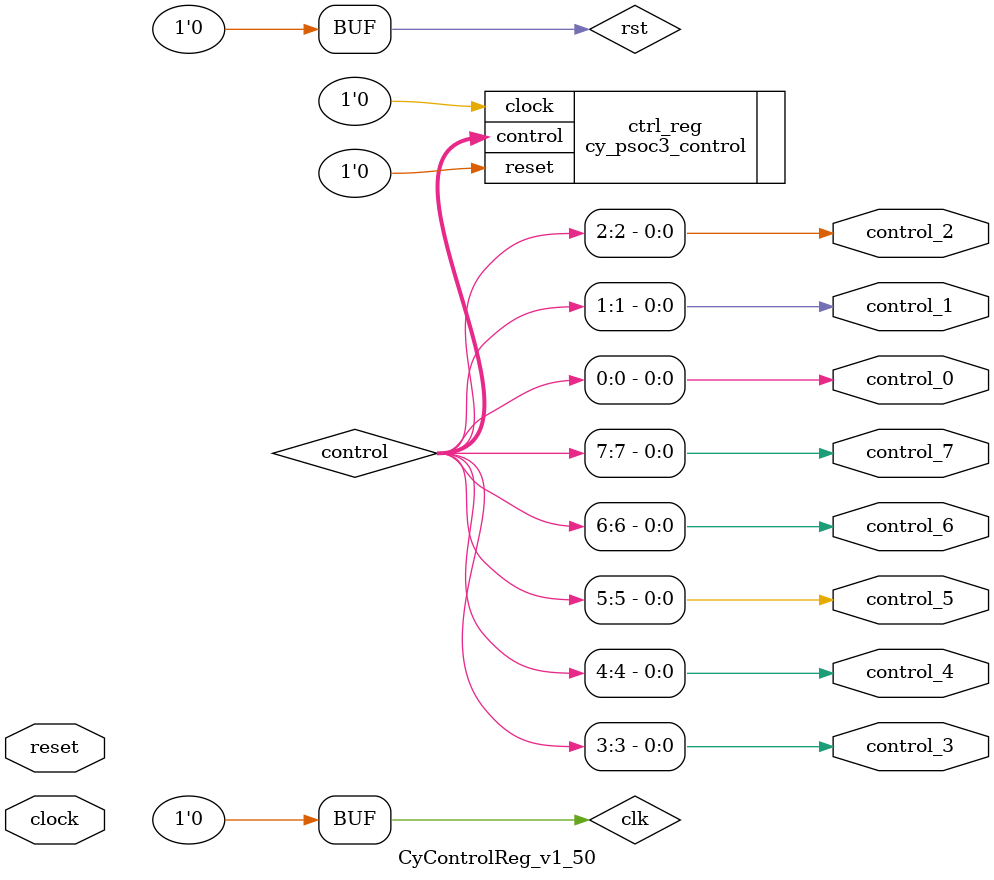
<source format=v>
/*******************************************************************************
* File Name:  CyControlReg_v1_50.v
*
* Description:
*  Verilog file for the control register. Assigns values to nets.
*
* Note:
*  
********************************************************************************
* Copyright 2008-2010, Cypress Semiconductor Corporation.  All rights reserved.
* You may use this file only in accordance with the license, terms, conditions, 
* disclaimers, and limitations in the end user license agreement accompanying 
* the software package with which this file was provided.
********************************************************************************/

`include "cypress.v"

module CyControlReg_v1_50 (
        input wire clock,
		input wire reset,
        output wire control_0,
        output wire control_1,
        output wire control_2,
        output wire control_3,
        output wire control_4,
        output wire control_5,
        output wire control_6,
        output wire control_7		
);

    parameter NumOutputs = 8;
    
    wire [7:0] control;
    assign control_0 = control[0];
    assign control_1 = control[1];
    assign control_2 = control[2];
    assign control_3 = control[3];
    assign control_4 = control[4];
    assign control_5 = control[5];
    assign control_6 = control[6];
    assign control_7 = control[7];
    
	localparam PSOC3 = 8'd1;
    localparam PSOC5 = 8'd2;
    localparam PSOC5_ES0 = 8'd0;
    localparam PSOC5_ES1 = 8'd1;
    localparam PSOC3_ES1 = 8'd0;
    localparam PSOC3_ES2 = 8'd1;
    localparam PSOC3_ES3 = 8'd2;

    parameter DeviceFamily = PSOC3; /* Device family */
    parameter SiliconRevision = 1; /* Silicon revision */

    localparam SEL_MODE_DIRECT  = 2'd0;
    localparam SEL_MODE_SYNC    = 2'd1;
    localparam SEL_MODE_PULSE   = 2'd3;
    parameter [1:0] Bit0Mode    = SEL_MODE_DIRECT;
    parameter [1:0] Bit1Mode    = SEL_MODE_DIRECT;
    parameter [1:0] Bit2Mode    = SEL_MODE_DIRECT;
    parameter [1:0] Bit3Mode    = SEL_MODE_DIRECT;
    parameter [1:0] Bit4Mode    = SEL_MODE_DIRECT;
    parameter [1:0] Bit5Mode    = SEL_MODE_DIRECT;
    parameter [1:0] Bit6Mode    = SEL_MODE_DIRECT;
    parameter [1:0] Bit7Mode    = SEL_MODE_DIRECT;
	
	localparam DEFAULT_BITVALUE = 8'b0;
	parameter [7:0] BitValue = DEFAULT_BITVALUE;
	
    localparam DEFALUT_RESET  = 1'b0;
	parameter  ExternalReset = DEFALUT_RESET;
    
    localparam ModeMask0 = {Bit7Mode[0], Bit6Mode[0], Bit5Mode[0], Bit4Mode[0], Bit3Mode[0], Bit2Mode[0], Bit1Mode[0], Bit0Mode[0]};
    localparam ModeMask1 = {Bit7Mode[1], Bit6Mode[1], Bit5Mode[1], Bit4Mode[1], Bit3Mode[1], Bit2Mode[1], Bit1Mode[1], Bit0Mode[1]};
    localparam ExtReset = ExternalReset;
	wire clk = (ModeMask0 == 8'd0 && ModeMask1 == 8'd0) ? 1'b0 : clock;   
	wire rst = (DeviceFamily != "PSOC3" && SiliconRevision <= "2") ? 1'b0 : reset;

    localparam [7:0] bitval = (NumOutputs == 8) ? (BitValue & 8'b11111111) :
							  (NumOutputs == 7) ? (BitValue & 8'b01111111) : 
							  (NumOutputs == 6) ? (BitValue & 8'b00111111) : 
							  (NumOutputs == 5) ? (BitValue & 8'b00011111) : 
							  (NumOutputs == 4) ? (BitValue & 8'b00001111) :
							  (NumOutputs == 3) ? (BitValue & 8'b00000111) : 
						      (NumOutputs == 2) ? (BitValue & 8'b00000011) : 
							  (BitValue & 8'b00000001);                    
    
    cy_psoc3_control
        #(.cy_init_value(bitval), .cy_force_order(1), .cy_ctrl_mode_0(ModeMask0), .cy_ctrl_mode_1(ModeMask1), .cy_ext_reset(ExtReset))
        ctrl_reg(
            /* input            */  .clock(clk),				
			/* input            */  .reset(rst),
            /*  output	[07:00]	 */ .control(control)
        );

endmodule


</source>
